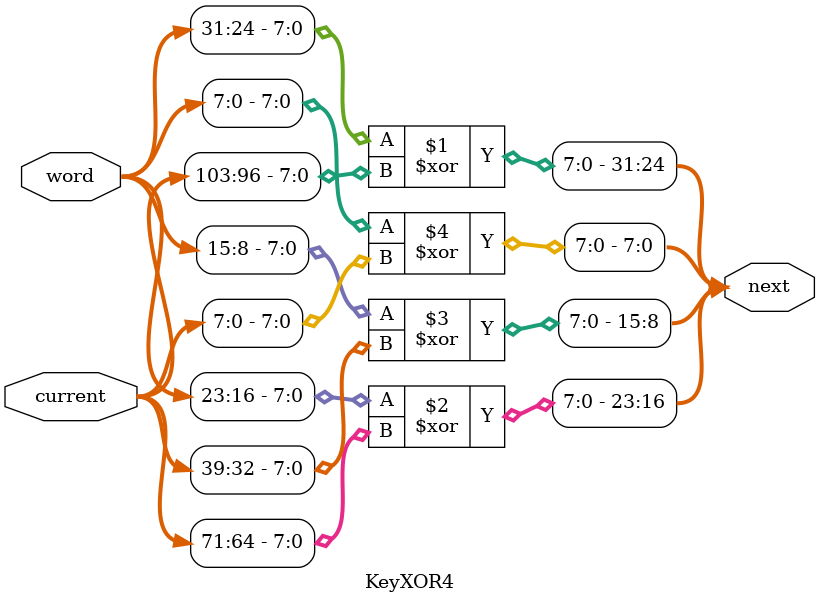
<source format=v>
module KeyXOR1(rcon, current, next);

    input [31:0] rcon;
    input [127:0] current;
    output [31:0] next;
    
    assign next[31:24] = rcon[31:24] ^ current[127:120];
    assign next[23:16] = rcon[23:16] ^ current[95:88];
    assign next[15:8] = rcon[15:8] ^ current[63:56];
    assign next[7:0] = rcon[7:0] ^ current[31:24];

endmodule

module KeyXOR2(word, current, next);

    input [31:0] word;
    input [127:0] current;
    output [31:0] next;
    
    assign next[31:24] = word[31:24] ^ current[119:112];
    assign next[23:16] = word[23:16] ^ current[87:80];
    assign next[15:8] = word[15:8] ^ current[55:48];
    assign next[7:0] = word[7:0] ^ current[23:16];

endmodule

module KeyXOR3(word, current, next);

    input [31:0] word;
    input [127:0] current;
    output [31:0] next;
    
    assign next[31:24] = word[31:24] ^ current[111:104];
    assign next[23:16] = word[23:16] ^ current[79:72];
    assign next[15:8] = word[15:8] ^ current[47:40];
    assign next[7:0] = word[7:0] ^ current[15:8];

endmodule

module KeyXOR4(word, current, next);

    input [31:0] word;
    input [127:0] current;
    output [31:0] next;
    
    assign next[31:24] = word[31:24] ^ current[103:96];
    assign next[23:16] = word[23:16] ^ current[71:64];
    assign next[15:8] = word[15:8] ^ current[39:32];
    assign next[7:0] = word[7:0] ^ current[7:0];

endmodule
</source>
